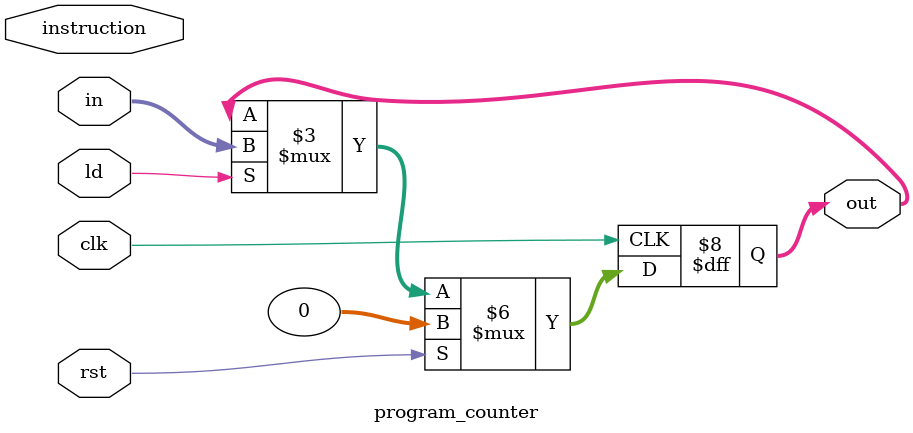
<source format=v>
`timescale 1ns / 1ps


module program_counter(instruction, in, ld, rst, clk, out);
    input [31:0] instruction;
    input [31:0] in;
    input ld;
    input rst,clk;
    output reg [31:0] out;

    initial begin 
        out <= 0; 
    end

    always @(posedge clk)
    begin
        if(rst) begin
            out <= 0;
        end
        else if (ld) begin
//            $display("UPDATING PC to %d", in);
            out <= in;
        end
    end
endmodule

</source>
